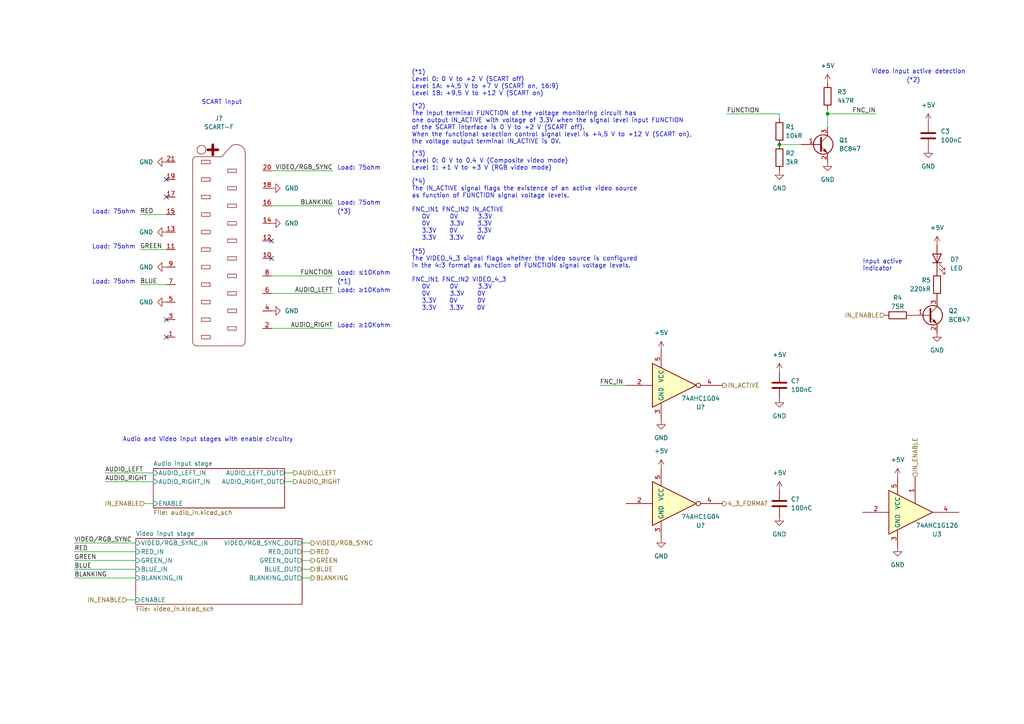
<source format=kicad_sch>
(kicad_sch (version 20230121) (generator eeschema)
  (paper "A4")
  (lib_symbols
    (symbol "74xGxx:74AHC1G04"
      (property "Reference" "U" (at -2.54 3.81 0))
      (property "Value" "74AHC1G04" (at 0 -3.81 0))
      (symbol "74AHC1G04_0_1"
        (polyline (pts (xy -7.62 6.35) (xy -7.62 -6.35) (xy 5.08 0) (xy -7.62 6.35)) (stroke (width 0.254)) (fill (type background)))
      )
      (symbol "74AHC1G04_1_1"
        (pin input line (at -15.24 0 0) (length 7.62) (name "~") (number "2"))
        (pin power_in line (at -5.08 -10.16 90) (length 5.08) (name "GND") (number "3"))
        (pin output inverted (at 12.7 0 180) (length 7.62) (name "~") (number "4"))
        (pin power_in line (at -5.08 10.16 270) (length 5.08) (name "VCC") (number "5"))
      )
    )
    (symbol "74xGxx:74AHC1G126"
      (property "Reference" "U" (at -2.54 3.81 0))
      (property "Value" "74AHC1G126" (at 0 -3.81 0))
      (symbol "74AHC1G126_0_1"
        (polyline (pts (xy -7.62 6.35) (xy -7.62 -6.35) (xy 5.08 0) (xy -7.62 6.35)) (stroke (width 0.254)) (fill (type background)))
      )
      (symbol "74AHC1G126_1_1"
        (pin input line (at 0 10.16 270) (length 7.62) (name "~") (number "1"))
        (pin input line (at -15.24 0 0) (length 7.62) (name "~") (number "2"))
        (pin power_in line (at -5.08 -10.16 90) (length 5.08) (name "GND") (number "3"))
        (pin tri_state line (at 12.7 0 180) (length 7.62) (name "~") (number "4"))
        (pin power_in line (at -5.08 10.16 270) (length 5.08) (name "VCC") (number "5"))
      )
    )
    (symbol "Connector:SCART-F" (pin_names (offset 0.762) hide)
      (property "Reference" "J" (at 0 31.75 0))
      (property "Value" "SCART-F" (at 1.016 -29.21 0))
      (symbol "SCART-F_0_1"
        (arc (start -7.62 -26.67) (mid -7.248 -27.568) (end -6.35 -27.94))
        (arc (start -6.604 26.9494) (mid -7.3224 26.6518) (end -7.62 25.9334))
        (rectangle (start -5.08 -24.892) (end -2.54 -25.908))
        (rectangle (start -5.08 -19.812) (end -2.54 -20.828))
        (rectangle (start -5.08 -14.732) (end -2.54 -15.748))
        (rectangle (start -5.08 -9.652) (end -2.54 -10.668))
        (rectangle (start -5.08 -4.572) (end -2.54 -5.588))
        (rectangle (start -5.08 0.508) (end -2.54 -0.508))
        (rectangle (start -5.08 5.588) (end -2.54 4.572))
        (rectangle (start -5.08 10.668) (end -2.54 9.652))
        (rectangle (start -5.08 15.748) (end -2.54 14.732))
        (rectangle (start -5.08 20.828) (end -2.54 19.812))
        (rectangle (start -5.08 25.908) (end -2.54 24.892))
        (circle (center -5.08 28.956) (radius 1.27))
        (polyline (pts (xy -7.62 22.86) (xy -7.62 -26.67)))
        (polyline (pts (xy -7.62 22.86) (xy -7.62 24.13)))
        (polyline (pts (xy -7.62 24.6634) (xy -7.62 24.13)))
        (polyline (pts (xy -7.62 24.6634) (xy -7.62 25.9334)))
        (polyline (pts (xy -6.604 26.9494) (xy 0.508 26.9494)))
        (polyline (pts (xy -6.35 -27.94) (xy 6.35 -27.94)))
        (polyline (pts (xy 3.302 29.718) (xy 1.27 27.432)))
        (polyline (pts (xy 4.826 30.48) (xy 5.08 30.48)))
        (polyline (pts (xy 7.62 -26.67) (xy 7.62 28.2194)))
        (arc (start 0.508 26.924) (mid 0.9569 27.0702) (end 1.2192 27.4574))
        (rectangle (start 2.54 -22.352) (end 5.08 -23.368))
        (rectangle (start 2.54 -17.272) (end 5.08 -18.288))
        (rectangle (start 2.54 -12.192) (end 5.08 -13.208))
        (rectangle (start 2.54 -7.112) (end 5.08 -8.128))
        (rectangle (start 2.54 -2.032) (end 5.08 -3.048))
        (rectangle (start 2.54 3.048) (end 5.08 2.032))
        (rectangle (start 2.54 8.128) (end 5.08 7.112))
        (rectangle (start 2.54 13.208) (end 5.08 12.192))
        (rectangle (start 2.54 18.288) (end 5.08 17.272))
        (rectangle (start 2.54 23.368) (end 5.08 22.352))
        (arc (start 4.826 30.48) (mid 3.999 30.2726) (end 3.3782 29.6926))
        (arc (start 6.35 -27.94) (mid 7.248 -27.568) (end 7.62 -26.67))
        (arc (start 7.62 27.94) (mid 6.8761 29.7361) (end 5.08 30.48))
        (text "+" (at -1.778 29.21 0) (effects (font (size 3.81 3.81) bold)))
      )
      (symbol "SCART-F_1_1"
        (pin passive line (at -15.24 -25.4 0) (length 2.54) (name "P1") (number "1"))
        (pin passive line (at 15.24 -2.54 180) (length 2.54) (name "P10") (number "10"))
        (pin passive line (at -15.24 0 0) (length 2.54) (name "P11") (number "11"))
        (pin passive line (at 15.24 2.54 180) (length 2.54) (name "P12") (number "12"))
        (pin passive line (at -15.24 5.08 0) (length 2.54) (name "P13") (number "13"))
        (pin passive line (at 15.24 7.62 180) (length 2.54) (name "P14") (number "14"))
        (pin passive line (at -15.24 10.16 0) (length 2.54) (name "P15") (number "15"))
        (pin passive line (at 15.24 12.7 180) (length 2.54) (name "P16") (number "16"))
        (pin passive line (at -15.24 15.24 0) (length 2.54) (name "P17") (number "17"))
        (pin passive line (at 15.24 17.78 180) (length 2.54) (name "P18") (number "18"))
        (pin passive line (at -15.24 20.32 0) (length 2.54) (name "P19") (number "19"))
        (pin passive line (at 15.24 -22.86 180) (length 2.54) (name "P2") (number "2"))
        (pin passive line (at 15.24 22.86 180) (length 2.54) (name "P20") (number "20"))
        (pin passive line (at -15.24 25.4 0) (length 2.54) (name "P21") (number "21"))
        (pin passive line (at -15.24 -20.32 0) (length 2.54) (name "P3") (number "3"))
        (pin passive line (at 15.24 -17.78 180) (length 2.54) (name "P4") (number "4"))
        (pin passive line (at -15.24 -15.24 0) (length 2.54) (name "P5") (number "5"))
        (pin passive line (at 15.24 -12.7 180) (length 2.54) (name "P6") (number "6"))
        (pin passive line (at -15.24 -10.16 0) (length 2.54) (name "P7") (number "7"))
        (pin passive line (at 15.24 -7.62 180) (length 2.54) (name "P8") (number "8"))
        (pin passive line (at -15.24 -5.08 0) (length 2.54) (name "P9") (number "9"))
      )
    )
    (symbol "Device:C" (pin_numbers hide) (pin_names (offset 0.254))
      (property "Reference" "C" (at 0.635 2.54 0))
      (property "Value" "C" (at 0.635 -2.54 0))
      (symbol "C_0_1"
        (polyline (pts (xy -2.032 -0.762) (xy 2.032 -0.762)) (stroke (width 0.508)))
        (polyline (pts (xy -2.032 0.762) (xy 2.032 0.762)) (stroke (width 0.508)))
      )
      (symbol "C_1_1"
        (pin passive line (at 0 3.81 270) (length 2.794) (name "~") (number "1"))
        (pin passive line (at 0 -3.81 90) (length 2.794) (name "~") (number "2"))
      )
    )
    (symbol "Device:LED" (pin_numbers hide) (pin_names (offset 1.016) hide)
      (property "Reference" "D" (at 0 2.54 0))
      (property "Value" "LED" (at 0 -2.54 0))
      (symbol "LED_0_1"
        (polyline (pts (xy -1.27 -1.27) (xy -1.27 1.27)) (stroke (width 0.254)))
        (polyline (pts (xy -1.27 0) (xy 1.27 0)))
        (polyline (pts (xy 1.27 -1.27) (xy 1.27 1.27) (xy -1.27 0) (xy 1.27 -1.27)) (stroke (width 0.254)))
        (polyline (pts (xy -3.048 -0.762) (xy -4.572 -2.286) (xy -3.81 -2.286) (xy -4.572 -2.286) (xy -4.572 -1.524)))
        (polyline (pts (xy -1.778 -0.762) (xy -3.302 -2.286) (xy -2.54 -2.286) (xy -3.302 -2.286) (xy -3.302 -1.524)))
      )
      (symbol "LED_1_1"
        (pin passive line (at -3.81 0 0) (length 2.54) (name "K") (number "1"))
        (pin passive line (at 3.81 0 180) (length 2.54) (name "A") (number "2"))
      )
    )
    (symbol "Device:R" (pin_numbers hide) (pin_names (offset 0))
      (property "Reference" "R" (at 2.032 0 90))
      (property "Value" "R" (at 0 0 90))
      (symbol "R_0_1"
        (rectangle (start -1.016 -2.54) (end 1.016 2.54) (stroke (width 0.254)))
      )
      (symbol "R_1_1"
        (pin passive line (at 0 3.81 270) (length 1.27) (name "~") (number "1"))
        (pin passive line (at 0 -3.81 90) (length 1.27) (name "~") (number "2"))
      )
    )
    (symbol "Transistor_BJT:BC847" (pin_names (offset 0) hide)
      (property "Reference" "Q" (at 5.08 1.905 0))
      (property "Value" "BC847" (at 5.08 0 0))
      (symbol "BC847_0_1"
        (polyline (pts (xy 0.635 0.635) (xy 2.54 2.54)))
        (polyline (pts (xy 0.635 -0.635) (xy 2.54 -2.54) (xy 2.54 -2.54)))
        (polyline (pts (xy 0.635 1.905) (xy 0.635 -1.905) (xy 0.635 -1.905)) (stroke (width 0.508)))
        (polyline (pts (xy 1.27 -1.778) (xy 1.778 -1.27) (xy 2.286 -2.286) (xy 1.27 -1.778) (xy 1.27 -1.778)) (fill (type outline)))
        (circle (center 1.27 0) (radius 2.8194) (stroke (width 0.254)))
      )
      (symbol "BC847_1_1"
        (pin input line (at -5.08 0 0) (length 5.715) (name "B") (number "1"))
        (pin passive line (at 2.54 -5.08 90) (length 2.54) (name "E") (number "2"))
        (pin passive line (at 2.54 5.08 270) (length 2.54) (name "C") (number "3"))
      )
    )
    (symbol "power:+5V" (power) (pin_names (offset 0))
      (property "Value" "+5V" (at 0 3.556 0))
      (symbol "+5V_0_1"
        (polyline (pts (xy -0.762 1.27) (xy 0 2.54)))
        (polyline (pts (xy 0 0) (xy 0 2.54)))
        (polyline (pts (xy 0 2.54) (xy 0.762 1.27)))
      )
      (symbol "+5V_1_1"
        (pin power_in line (at 0 0 90) (length 0) hide (name "+5V") (number "1"))
      )
    )
    (symbol "power:GND" (power) (pin_names (offset 0))
      (property "Value" "GND" (at 0 -3.81 0))
      (symbol "GND_0_1"
        (polyline (pts (xy 0 0) (xy 0 -1.27) (xy 1.27 -1.27) (xy 0 -2.54) (xy -1.27 -1.27) (xy 0 -1.27)))
      )
      (symbol "GND_1_1"
        (pin power_in line (at 0 0 270) (length 0) hide (name "GND") (number "1"))
      )
    )
  )
  (junction (at 226.06 41.91))
  (junction (at 240.03 33.02))
  (no_connect (at 78.74 69.85))
  (no_connect (at 48.26 97.79))
  (no_connect (at 48.26 57.15))
  (no_connect (at 78.74 74.93))
  (no_connect (at 48.26 92.71))
  (no_connect (at 48.26 52.07))
  (wire (pts (xy 87.63 165.1) (xy 90.17 165.1)))
  (wire (pts (xy 226.06 33.02) (xy 226.06 34.29)))
  (wire (pts (xy 21.59 160.02) (xy 39.37 160.02)))
  (wire (pts (xy 21.59 157.48) (xy 39.37 157.48)))
  (wire (pts (xy 40.64 62.23) (xy 48.26 62.23)))
  (wire (pts (xy 30.48 137.16) (xy 44.45 137.16)))
  (wire (pts (xy 226.06 41.91) (xy 232.41 41.91)))
  (wire (pts (xy 40.64 82.55) (xy 48.26 82.55)))
  (wire (pts (xy 41.91 146.05) (xy 44.45 146.05)))
  (wire (pts (xy 21.59 167.64) (xy 39.37 167.64)))
  (wire (pts (xy 87.63 157.48) (xy 90.17 157.48)))
  (wire (pts (xy 240.03 31.75) (xy 240.03 33.02)))
  (wire (pts (xy 36.83 173.99) (xy 39.37 173.99)))
  (wire (pts (xy 173.99 111.76) (xy 181.61 111.76)))
  (wire (pts (xy 78.74 59.69) (xy 96.52 59.69)))
  (wire (pts (xy 78.74 80.01) (xy 96.52 80.01)))
  (wire (pts (xy 87.63 167.64) (xy 90.17 167.64)))
  (wire (pts (xy 87.63 160.02) (xy 90.17 160.02)))
  (wire (pts (xy 82.55 139.7) (xy 85.09 139.7)))
  (wire (pts (xy 78.74 49.53) (xy 96.52 49.53)))
  (wire (pts (xy 240.03 33.02) (xy 254 33.02)))
  (wire (pts (xy 40.64 72.39) (xy 48.26 72.39)))
  (wire (pts (xy 240.03 33.02) (xy 240.03 36.83)))
  (wire (pts (xy 87.63 162.56) (xy 90.17 162.56)))
  (wire (pts (xy 78.74 85.09) (xy 96.52 85.09)))
  (wire (pts (xy 21.59 162.56) (xy 39.37 162.56)))
  (wire (pts (xy 78.74 95.25) (xy 96.52 95.25)))
  (wire (pts (xy 30.48 139.7) (xy 44.45 139.7)))
  (wire (pts (xy 82.55 137.16) (xy 85.09 137.16)))
  (wire (pts (xy 210.82 33.02) (xy 226.06 33.02)))
  (wire (pts (xy 21.59 165.1) (xy 39.37 165.1)))
  (text "(*1)" (at 97.79 82.55 0) (effects (font (size 1.27 1.27)) (justify left bottom)))
  (text "Load: 75ohm" (at 97.79 49.53 0) (effects (font (size 1.27 1.27)) (justify left bottom)))
  (text "(*3)\nLevel 0: 0 V to 0,4 V (Composite video mode)\nLevel 1: +1 V to +3 V (RGB video mode)" (at 119.38 49.53 0) (effects (font (size 1.27 1.27)) (justify left bottom)))
  (text "Input active\nindicator" (at 250.19 78.74 0) (effects (font (size 1.27 1.27)) (justify left bottom)))
  (text "(*4)\nThe IN_ACTIVE signal flags the existence of an active video source\nas function of FUNCTION signal voltage levels.\n\nFNC_IN1 FNC_IN2 IN_ACTIVE\n   0V      0V      3.3V\n   0V      3.3V    3.3V\n   3.3V    0V      3.3V\n   3.3V    3.3V    0V" (at 119.38 69.85 0) (effects (font (size 1.27 1.27)) (justify left bottom)))
  (text "Load: 75ohm" (at 26.67 72.39 0) (effects (font (size 1.27 1.27)) (justify left bottom)))
  (text "Audio and Video input stages with enable circuitry" (at 35.56 128.27 0) (effects (font (size 1.27 1.27)) (justify left bottom)))
  (text "(*1)\nLevel 0: 0 V to +2 V (SCART off)\nLevel 1A: +4,5 V to +7 V (SCART on, 16:9)\nLevel 1B: +9,5 V to +12 V (SCART on)" (at 119.38 27.94 0) (effects (font (size 1.27 1.27)) (justify left bottom)))
  (text "(*3)" (at 97.79 62.23 0) (effects (font (size 1.27 1.27)) (justify left bottom)))
  (text "(*5)\nThe VIDEO_4_3 signal flags whether the video source is configured\nin the 4:3 format as function of FUNCTION signal voltage levels.\n\nFNC_IN1 FNC_IN2 VIDEO_4_3\n   0V      0V      3.3V\n   0V      3.3V    0V\n   3.3V    0V      0V\n   3.3V    3.3V    0V" (at 119.38 90.17 0) (effects (font (size 1.27 1.27)) (justify left bottom)))
  (text "Load: ≤10Kohm" (at 97.79 80.01 0) (effects (font (size 1.27 1.27)) (justify left bottom)))
  (text "Load: 75ohm" (at 26.67 62.23 0) (effects (font (size 1.27 1.27)) (justify left bottom)))
  (text "Load: 75ohm" (at 26.67 82.55 0) (effects (font (size 1.27 1.27)) (justify left bottom)))
  (text "Load: ≥10Kohm" (at 97.79 85.09 0) (effects (font (size 1.27 1.27)) (justify left bottom)))
  (text "(*2)\nThe input terminal FUNCTION of the voltage monitoring circuit has\none output IN_ACTIVE with voltage of 3.3V when the signal level input FUNCTION\nof the SCART interface is 0 V to +2 V (SCART off).\nWhen the functional selection control signal level is +4,5 V to +12 V (SCART on),\nthe voltage output terminal IN_ACTIVE is 0V." (at 119.38 41.91 0) (effects (font (size 1.27 1.27)) (justify left bottom)))
  (text "SCART input" (at 58.42 30.48 0) (effects (font (size 1.27 1.27)) (justify left bottom)))
  (text "(*2)" (at 262.89 24.13 0) (effects (font (size 1.27 1.27)) (justify left bottom)))
  (text "Load: 75ohm" (at 97.79 59.69 0) (effects (font (size 1.27 1.27)) (justify left bottom)))
  (text "Load: ≥10Kohm" (at 97.79 95.25 0) (effects (font (size 1.27 1.27)) (justify left bottom)))
  (text "Video input active detection" (at 252.73 21.59 0) (effects (font (size 1.27 1.27)) (justify left bottom)))
  (label "BLUE" (at 40.64 82.55 0))
  (label "BLANKING" (at 96.52 59.69 180))
  (label "AUDIO_RIGHT" (at 96.52 95.25 180))
  (label "RED" (at 40.64 62.23 0))
  (label "BLANKING" (at 21.59 167.64 0))
  (label "FNC_IN" (at 173.99 111.76 0))
  (label "VIDEO{slash}RGB_SYNC" (at 21.59 157.48 0))
  (label "RED" (at 21.59 160.02 0))
  (label "FNC_IN" (at 254 33.02 180))
  (label "GREEN" (at 21.59 162.56 0))
  (label "FUNCTION" (at 96.52 80.01 180))
  (label "FUNCTION" (at 210.82 33.02 0))
  (label "AUDIO_LEFT" (at 30.48 137.16 0))
  (label "VIDEO{slash}RGB_SYNC" (at 96.52 49.53 180))
  (label "AUDIO_RIGHT" (at 30.48 139.7 0))
  (label "BLUE" (at 21.59 165.1 0))
  (label "GREEN" (at 40.64 72.39 0))
  (label "AUDIO_LEFT" (at 96.52 85.09 180))
  (hierarchical_label "IN_ENABLE" (shape input) (at 256.54 91.44 180))
  (hierarchical_label "BLUE" (shape output) (at 90.17 165.1 0))
  (hierarchical_label "IN_ACTIVE" (shape output) (at 209.55 111.76 0))
  (hierarchical_label "AUDIO_LEFT" (shape output) (at 85.09 137.16 0))
  (hierarchical_label "IN_ENABLE" (shape input) (at 36.83 173.99 180))
  (hierarchical_label "BLANKING" (shape output) (at 90.17 167.64 0))
  (hierarchical_label "AUDIO_RIGHT" (shape output) (at 85.09 139.7 0))
  (hierarchical_label "IN_ENABLE" (shape input) (at 41.91 146.05 180))
  (hierarchical_label "GREEN" (shape output) (at 90.17 162.56 0))
  (hierarchical_label "VIDEO{slash}RGB_SYNC" (shape output) (at 90.17 157.48 0))
  (hierarchical_label "IN_ENABLE" (shape input) (at 265.43 138.43 90))
  (hierarchical_label "4_3_FORMAT" (shape output) (at 209.55 146.05 0))
  (hierarchical_label "RED" (shape output) (at 90.17 160.02 0))
  (symbol (lib_id "power:GND") (at 226.06 115.57 0) (unit 1)
    (property "Reference" "#PWR014" (effects hide))
    (property "Value" "GND" (at 226.06 120.65 0))
    (instances (project "SCART_switcher" (path "" (reference "#PWR014") (unit 1)) (path "" (reference "#PWR?") (unit 1)) (path "" (reference "#PWR061") (unit 1)) (path "" (reference "#PWR085") (unit 1)) (path "" (reference "#PWR0109") (unit 1)) (path "" (reference "#PWR0133") (unit 1)) (path "" (reference "#PWR0157") (unit 1)) (path "" (reference "#PWR0181") (unit 1)) (path "" (reference "#PWR0205") (unit 1)) (path "" (reference "#PWR0229") (unit 1)) (path "" (reference "#PWR0253") (unit 1))))
  )
  (symbol (lib_id "power:GND") (at 78.74 54.61 90) (unit 1)
    (property "Reference" "#PWR05" (effects hide))
    (property "Value" "GND" (at 82.55 54.61 90) (effects (justify right)))
    (instances (project "SCART_switcher" (path "" (reference "#PWR05") (unit 1)) (path "" (reference "#PWR052") (unit 1)) (path "" (reference "#PWR076") (unit 1)) (path "" (reference "#PWR0100") (unit 1)) (path "" (reference "#PWR0124") (unit 1)) (path "" (reference "#PWR0148") (unit 1)) (path "" (reference "#PWR0172") (unit 1)) (path "" (reference "#PWR0196") (unit 1)) (path "" (reference "#PWR0220") (unit 1)) (path "" (reference "#PWR0244") (unit 1))))
  )
  (symbol (lib_id "power:GND") (at 78.74 64.77 90) (unit 1)
    (property "Reference" "#PWR06" (effects hide))
    (property "Value" "GND" (at 82.55 64.77 90) (effects (justify right)))
    (instances (project "SCART_switcher" (path "" (reference "#PWR06") (unit 1)) (path "" (reference "#PWR053") (unit 1)) (path "" (reference "#PWR077") (unit 1)) (path "" (reference "#PWR0101") (unit 1)) (path "" (reference "#PWR0125") (unit 1)) (path "" (reference "#PWR0149") (unit 1)) (path "" (reference "#PWR0173") (unit 1)) (path "" (reference "#PWR0197") (unit 1)) (path "" (reference "#PWR0221") (unit 1)) (path "" (reference "#PWR0245") (unit 1))))
  )
  (symbol (lib_id "power:GND") (at 269.24 43.18 0) (unit 1)
    (property "Reference" "#PWR022" (effects hide))
    (property "Value" "GND" (at 269.24 48.26 0))
    (instances (project "SCART_switcher" (path "" (reference "#PWR022") (unit 1)) (path "" (reference "#PWR069") (unit 1)) (path "" (reference "#PWR093") (unit 1)) (path "" (reference "#PWR0117") (unit 1)) (path "" (reference "#PWR0141") (unit 1)) (path "" (reference "#PWR0165") (unit 1)) (path "" (reference "#PWR0189") (unit 1)) (path "" (reference "#PWR0213") (unit 1)) (path "" (reference "#PWR0237") (unit 1)) (path "" (reference "#PWR0261") (unit 1))))
  )
  (symbol (lib_id "Transistor_BJT:BC847") (at 269.24 91.44 0) (unit 1)
    (property "Reference" "Q2" (at 275.082 90.17 0) (effects (justify left)))
    (property "Value" "BC847" (at 275.082 92.71 0) (effects (justify left)))
    (property "Footprint" "Package_TO_SOT_SMD:SOT-23" (effects hide))
    (property "Datasheet" "https://datasheet.lcsc.com/lcsc/2304140030_Nexperia-BC847B-215_C57668.pdf" (effects hide))
    (property "MFN" "BC847B,215" (effects hide))
    (instances (project "SCART_switcher" (path "" (reference "Q2") (unit 1)) (path "" (reference "Q7") (unit 1)) (path "" (reference "Q9") (unit 1)) (path "" (reference "Q11") (unit 1)) (path "" (reference "Q13") (unit 1)) (path "" (reference "Q15") (unit 1)) (path "" (reference "Q17") (unit 1)) (path "" (reference "Q19") (unit 1)) (path "" (reference "Q21") (unit 1)) (path "" (reference "Q23") (unit 1))))
  )
  (symbol (lib_id "74xGxx:74AHC1G04") (at 196.85 146.05 0) (unit 1)
    (property "Reference" "U?" (at 203.2 152.4 0))
    (property "Value" "74AHC1G04" (at 203.2 149.86 0))
    (property "Footprint" "Package_TO_SOT_SMD:SOT-23-5" (effects hide))
    (property "Datasheet" "https://datasheet.lcsc.com/lcsc/1912111437_Diodes-Incorporated-74AHC1G04W5-7_C460486.pdf" (effects hide))
    (property "MFN" "74AHC1G04W5-7" (effects hide))
    (instances (project "SCART_switcher" (path "" (reference "U?") (unit 1)) (path "" (reference "U?") (unit 1)) (path "" (reference "U2") (unit 1)) (path "" (reference "U7") (unit 1)) (path "" (reference "U10") (unit 1)) (path "" (reference "U13") (unit 1)) (path "" (reference "U16") (unit 1)) (path "" (reference "U19") (unit 1)) (path "" (reference "U22") (unit 1)) (path "" (reference "U25") (unit 1)) (path "" (reference "U28") (unit 1)) (path "" (reference "U31") (unit 1))))
  )
  (symbol (lib_id "power:GND") (at 48.26 77.47 270) (unit 1)
    (property "Reference" "#PWR03" (effects hide))
    (property "Value" "GND" (at 44.45 77.47 90) (effects (justify right)))
    (instances (project "SCART_switcher" (path "" (reference "#PWR03") (unit 1)) (path "" (reference "#PWR050") (unit 1)) (path "" (reference "#PWR074") (unit 1)) (path "" (reference "#PWR098") (unit 1)) (path "" (reference "#PWR0122") (unit 1)) (path "" (reference "#PWR0146") (unit 1)) (path "" (reference "#PWR0170") (unit 1)) (path "" (reference "#PWR0194") (unit 1)) (path "" (reference "#PWR0218") (unit 1)) (path "" (reference "#PWR0242") (unit 1))))
  )
  (symbol (lib_id "power:GND") (at 191.77 156.21 0) (unit 1)
    (property "Reference" "#PWR011" (effects hide))
    (property "Value" "GND" (at 191.77 161.29 0))
    (instances (project "SCART_switcher" (path "" (reference "#PWR011") (unit 1)) (path "" (reference "#PWR?") (unit 1)) (path "" (reference "#PWR058") (unit 1)) (path "" (reference "#PWR082") (unit 1)) (path "" (reference "#PWR0106") (unit 1)) (path "" (reference "#PWR0130") (unit 1)) (path "" (reference "#PWR0154") (unit 1)) (path "" (reference "#PWR0178") (unit 1)) (path "" (reference "#PWR0202") (unit 1)) (path "" (reference "#PWR0226") (unit 1)) (path "" (reference "#PWR0250") (unit 1))))
  )
  (symbol (lib_id "power:GND") (at 240.03 46.99 0) (unit 1)
    (property "Reference" "#PWR018" (effects hide))
    (property "Value" "GND" (at 240.03 52.07 0))
    (instances (project "SCART_switcher" (path "" (reference "#PWR018") (unit 1)) (path "" (reference "#PWR065") (unit 1)) (path "" (reference "#PWR089") (unit 1)) (path "" (reference "#PWR0113") (unit 1)) (path "" (reference "#PWR0137") (unit 1)) (path "" (reference "#PWR0161") (unit 1)) (path "" (reference "#PWR0185") (unit 1)) (path "" (reference "#PWR0209") (unit 1)) (path "" (reference "#PWR0233") (unit 1)) (path "" (reference "#PWR0257") (unit 1))))
  )
  (symbol (lib_id "Device:R") (at 260.35 91.44 90) (unit 1)
    (property "Reference" "R4" (at 260.35 86.36 90))
    (property "Value" "75R" (at 260.35 88.9 90))
    (property "Footprint" "Resistor_SMD:R_0805_2012Metric_Pad1.20x1.40mm_HandSolder" (effects hide))
    (instances (project "SCART_switcher" (path "" (reference "R4") (unit 1)) (path "" (reference "R16") (unit 1)) (path "" (reference "R21") (unit 1)) (path "" (reference "R26") (unit 1)) (path "" (reference "R31") (unit 1)) (path "" (reference "R36") (unit 1)) (path "" (reference "R41") (unit 1)) (path "" (reference "R46") (unit 1)) (path "" (reference "R51") (unit 1)) (path "" (reference "R56") (unit 1))))
  )
  (symbol (lib_id "Device:R") (at 226.06 45.72 0) (unit 1)
    (property "Reference" "R2" (at 227.838 44.45 0) (effects (justify left)))
    (property "Value" "3kR" (at 227.838 46.99 0) (effects (justify left)))
    (property "Footprint" "Resistor_SMD:R_0805_2012Metric_Pad1.20x1.40mm_HandSolder" (effects hide))
    (instances (project "SCART_switcher" (path "" (reference "R2") (unit 1)) (path "" (reference "R14") (unit 1)) (path "" (reference "R19") (unit 1)) (path "" (reference "R24") (unit 1)) (path "" (reference "R29") (unit 1)) (path "" (reference "R34") (unit 1)) (path "" (reference "R39") (unit 1)) (path "" (reference "R44") (unit 1)) (path "" (reference "R49") (unit 1)) (path "" (reference "R54") (unit 1))))
  )
  (symbol (lib_id "power:+5V") (at 226.06 107.95 0) (unit 1)
    (property "Reference" "#PWR013" (effects hide))
    (property "Value" "+5V" (at 226.06 102.87 0))
    (instances (project "SCART_switcher" (path "" (reference "#PWR013") (unit 1)) (path "" (reference "#PWR060") (unit 1)) (path "" (reference "#PWR084") (unit 1)) (path "" (reference "#PWR0108") (unit 1)) (path "" (reference "#PWR0132") (unit 1)) (path "" (reference "#PWR0156") (unit 1)) (path "" (reference "#PWR0180") (unit 1)) (path "" (reference "#PWR0204") (unit 1)) (path "" (reference "#PWR0228") (unit 1)) (path "" (reference "#PWR0252") (unit 1))))
  )
  (symbol (lib_id "Device:C") (at 269.24 39.37 0) (unit 1)
    (property "Reference" "C3" (at 272.796 38.1 0) (effects (justify left)))
    (property "Value" "100nC" (at 272.796 40.64 0) (effects (justify left)))
    (property "Footprint" "Capacitor_SMD:C_0805_2012Metric_Pad1.18x1.45mm_HandSolder" (effects hide))
    (property "Datasheet" "https://datasheet.lcsc.com/lcsc/1810191215_Samsung-Electro-Mechanics-CL21B104KBCNNNC_C1711.pdf" (effects hide))
    (property "MPN" "CL21B104KBCNNNC" (effects hide))
    (instances (project "SCART_switcher" (path "" (reference "C3") (unit 1)) (path "" (reference "C9") (unit 1)) (path "" (reference "C12") (unit 1)) (path "" (reference "C15") (unit 1)) (path "" (reference "C18") (unit 1)) (path "" (reference "C21") (unit 1)) (path "" (reference "C24") (unit 1)) (path "" (reference "C27") (unit 1)) (path "" (reference "C30") (unit 1)) (path "" (reference "C33") (unit 1))))
  )
  (symbol (lib_id "Device:LED") (at 271.78 74.93 90) (unit 1)
    (property "Reference" "D?" (at 275.59 75.2474 90) (effects (justify right)))
    (property "Value" "LED" (at 275.59 77.7874 90) (effects (justify right)))
    (property "Footprint" "LED_THT:LED_D5.0mm" (effects hide))
    (property "Datasheet" "https://datasheet.lcsc.com/lcsc/1810271709_Everlight-Elec-333-2SURD-S530-A3_C87271.pdf" (effects hide))
    (property "MPN" "333-2SURD/S530-A3" (effects hide))
    (instances (project "PowerDeliveryBoard" (path "" (reference "D?") (unit 1))) (project "SCART_switcher" (path "" (reference "D?") (unit 1)) (path "" (reference "D1") (unit 1)) (path "" (reference "D2") (unit 1)) (path "" (reference "D3") (unit 1)) (path "" (reference "D4") (unit 1)) (path "" (reference "D5") (unit 1)) (path "" (reference "D6") (unit 1)) (path "" (reference "D7") (unit 1)) (path "" (reference "D8") (unit 1)) (path "" (reference "D9") (unit 1)) (path "" (reference "D10") (unit 1))))
  )
  (symbol (lib_id "power:GND") (at 48.26 67.31 270) (unit 1)
    (property "Reference" "#PWR02" (effects hide))
    (property "Value" "GND" (at 44.45 67.31 90) (effects (justify right)))
    (instances (project "SCART_switcher" (path "" (reference "#PWR02") (unit 1)) (path "" (reference "#PWR049") (unit 1)) (path "" (reference "#PWR073") (unit 1)) (path "" (reference "#PWR097") (unit 1)) (path "" (reference "#PWR0121") (unit 1)) (path "" (reference "#PWR0145") (unit 1)) (path "" (reference "#PWR0169") (unit 1)) (path "" (reference "#PWR0193") (unit 1)) (path "" (reference "#PWR0217") (unit 1)) (path "" (reference "#PWR0241") (unit 1))))
  )
  (symbol (lib_id "power:GND") (at 226.06 149.86 0) (unit 1)
    (property "Reference" "#PWR016" (effects hide))
    (property "Value" "GND" (at 226.06 154.94 0))
    (instances (project "SCART_switcher" (path "" (reference "#PWR016") (unit 1)) (path "" (reference "#PWR?") (unit 1)) (path "" (reference "#PWR063") (unit 1)) (path "" (reference "#PWR087") (unit 1)) (path "" (reference "#PWR0111") (unit 1)) (path "" (reference "#PWR0135") (unit 1)) (path "" (reference "#PWR0159") (unit 1)) (path "" (reference "#PWR0183") (unit 1)) (path "" (reference "#PWR0207") (unit 1)) (path "" (reference "#PWR0231") (unit 1)) (path "" (reference "#PWR0255") (unit 1))))
  )
  (symbol (lib_id "74xGxx:74AHC1G04") (at 196.85 111.76 0) (unit 1)
    (property "Reference" "U?" (at 203.2 118.11 0))
    (property "Value" "74AHC1G04" (at 203.2 115.57 0))
    (property "Footprint" "Package_TO_SOT_SMD:SOT-23-5" (effects hide))
    (property "Datasheet" "https://datasheet.lcsc.com/lcsc/1912111437_Diodes-Incorporated-74AHC1G04W5-7_C460486.pdf" (effects hide))
    (property "MFN" "74AHC1G04W5-7" (effects hide))
    (instances (project "SCART_switcher" (path "" (reference "U?") (unit 1)) (path "" (reference "U?") (unit 1)) (path "" (reference "U1") (unit 1)) (path "" (reference "U6") (unit 1)) (path "" (reference "U9") (unit 1)) (path "" (reference "U12") (unit 1)) (path "" (reference "U15") (unit 1)) (path "" (reference "U18") (unit 1)) (path "" (reference "U21") (unit 1)) (path "" (reference "U24") (unit 1)) (path "" (reference "U27") (unit 1)) (path "" (reference "U30") (unit 1))))
  )
  (symbol (lib_id "power:+5V") (at 191.77 101.6 0) (unit 1)
    (property "Reference" "#PWR08" (effects hide))
    (property "Value" "+5V" (at 191.77 96.52 0))
    (instances (project "SCART_switcher" (path "" (reference "#PWR08") (unit 1)) (path "" (reference "#PWR055") (unit 1)) (path "" (reference "#PWR079") (unit 1)) (path "" (reference "#PWR0103") (unit 1)) (path "" (reference "#PWR0127") (unit 1)) (path "" (reference "#PWR0151") (unit 1)) (path "" (reference "#PWR0175") (unit 1)) (path "" (reference "#PWR0199") (unit 1)) (path "" (reference "#PWR0223") (unit 1)) (path "" (reference "#PWR0247") (unit 1))))
  )
  (symbol (lib_id "power:GND") (at 78.74 90.17 90) (unit 1)
    (property "Reference" "#PWR07" (effects hide))
    (property "Value" "GND" (at 82.55 90.17 90) (effects (justify right)))
    (instances (project "SCART_switcher" (path "" (reference "#PWR07") (unit 1)) (path "" (reference "#PWR054") (unit 1)) (path "" (reference "#PWR078") (unit 1)) (path "" (reference "#PWR0102") (unit 1)) (path "" (reference "#PWR0126") (unit 1)) (path "" (reference "#PWR0150") (unit 1)) (path "" (reference "#PWR0174") (unit 1)) (path "" (reference "#PWR0198") (unit 1)) (path "" (reference "#PWR0222") (unit 1)) (path "" (reference "#PWR0246") (unit 1))))
  )
  (symbol (lib_id "power:+5V") (at 240.03 24.13 0) (unit 1)
    (property "Reference" "#PWR017" (effects hide))
    (property "Value" "+5V" (at 240.03 19.05 0))
    (instances (project "SCART_switcher" (path "" (reference "#PWR017") (unit 1)) (path "" (reference "#PWR064") (unit 1)) (path "" (reference "#PWR088") (unit 1)) (path "" (reference "#PWR0112") (unit 1)) (path "" (reference "#PWR0136") (unit 1)) (path "" (reference "#PWR0160") (unit 1)) (path "" (reference "#PWR0184") (unit 1)) (path "" (reference "#PWR0208") (unit 1)) (path "" (reference "#PWR0232") (unit 1)) (path "" (reference "#PWR0256") (unit 1))))
  )
  (symbol (lib_id "power:GND") (at 226.06 49.53 0) (unit 1)
    (property "Reference" "#PWR012" (effects hide))
    (property "Value" "GND" (at 226.06 54.61 0))
    (instances (project "SCART_switcher" (path "" (reference "#PWR012") (unit 1)) (path "" (reference "#PWR059") (unit 1)) (path "" (reference "#PWR083") (unit 1)) (path "" (reference "#PWR0107") (unit 1)) (path "" (reference "#PWR0131") (unit 1)) (path "" (reference "#PWR0155") (unit 1)) (path "" (reference "#PWR0179") (unit 1)) (path "" (reference "#PWR0203") (unit 1)) (path "" (reference "#PWR0227") (unit 1)) (path "" (reference "#PWR0251") (unit 1))))
  )
  (symbol (lib_id "power:+5V") (at 260.35 138.43 0) (unit 1)
    (property "Reference" "#PWR019" (effects hide))
    (property "Value" "+5V" (at 260.35 133.35 0))
    (instances (project "SCART_switcher" (path "" (reference "#PWR019") (unit 1)) (path "" (reference "#PWR066") (unit 1)) (path "" (reference "#PWR090") (unit 1)) (path "" (reference "#PWR0114") (unit 1)) (path "" (reference "#PWR0138") (unit 1)) (path "" (reference "#PWR0162") (unit 1)) (path "" (reference "#PWR0186") (unit 1)) (path "" (reference "#PWR0210") (unit 1)) (path "" (reference "#PWR0234") (unit 1)) (path "" (reference "#PWR0258") (unit 1))))
  )
  (symbol (lib_id "Connector:SCART-F") (at 63.5 72.39 0) (unit 1)
    (property "Reference" "J?" (at 63.5 34.29 0))
    (property "Value" "SCART-F" (at 63.5 36.83 0))
    (property "Footprint" "SCART:SCART-F" (effects hide))
    (property "Datasheet" " ~" (effects hide))
    (instances (project "SCART_switcher" (path "" (reference "J?") (unit 1)) (path "" (reference "J1") (unit 1)) (path "" (reference "J4") (unit 1)) (path "" (reference "J5") (unit 1)) (path "" (reference "J6") (unit 1)) (path "" (reference "J7") (unit 1)) (path "" (reference "J8") (unit 1)) (path "" (reference "J9") (unit 1)) (path "" (reference "J10") (unit 1)) (path "" (reference "J11") (unit 1)) (path "" (reference "J12") (unit 1))))
  )
  (symbol (lib_id "power:+5V") (at 269.24 35.56 0) (unit 1)
    (property "Reference" "#PWR021" (effects hide))
    (property "Value" "+5V" (at 269.24 30.48 0))
    (instances (project "SCART_switcher" (path "" (reference "#PWR021") (unit 1)) (path "" (reference "#PWR068") (unit 1)) (path "" (reference "#PWR092") (unit 1)) (path "" (reference "#PWR0116") (unit 1)) (path "" (reference "#PWR0140") (unit 1)) (path "" (reference "#PWR0164") (unit 1)) (path "" (reference "#PWR0188") (unit 1)) (path "" (reference "#PWR0212") (unit 1)) (path "" (reference "#PWR0236") (unit 1)) (path "" (reference "#PWR0260") (unit 1))))
  )
  (symbol (lib_id "Device:R") (at 271.78 82.55 0) (mirror y) (unit 1)
    (property "Reference" "R5" (at 270.002 81.28 0) (effects (justify left)))
    (property "Value" "220kR" (at 270.002 83.82 0) (effects (justify left)))
    (property "Footprint" "Resistor_SMD:R_0805_2012Metric_Pad1.20x1.40mm_HandSolder" (effects hide))
    (instances (project "SCART_switcher" (path "" (reference "R5") (unit 1)) (path "" (reference "R17") (unit 1)) (path "" (reference "R22") (unit 1)) (path "" (reference "R27") (unit 1)) (path "" (reference "R32") (unit 1)) (path "" (reference "R37") (unit 1)) (path "" (reference "R42") (unit 1)) (path "" (reference "R47") (unit 1)) (path "" (reference "R52") (unit 1)) (path "" (reference "R57") (unit 1))))
  )
  (symbol (lib_id "74xGxx:74AHC1G126") (at 265.43 148.59 0) (unit 1)
    (property "Reference" "U3" (at 271.78 154.94 0))
    (property "Value" "74AHC1G126" (at 271.78 152.4 0))
    (property "Datasheet" "https://datasheet.lcsc.com/lcsc/2201131130_Diodes-Incorporated-74AHC1G126W5-7_C842263.pdf" (effects hide))
    (instances (project "SCART_switcher" (path "" (reference "U3") (unit 1)) (path "" (reference "U8") (unit 1)) (path "" (reference "U11") (unit 1)) (path "" (reference "U14") (unit 1)) (path "" (reference "U17") (unit 1)) (path "" (reference "U20") (unit 1)) (path "" (reference "U23") (unit 1)) (path "" (reference "U26") (unit 1)) (path "" (reference "U29") (unit 1)) (path "" (reference "U32") (unit 1))))
  )
  (symbol (lib_id "Device:C") (at 226.06 111.76 0) (unit 1)
    (property "Reference" "C?" (at 229.362 110.49 0) (effects (justify left)))
    (property "Value" "100nC" (at 229.362 113.03 0) (effects (justify left)))
    (property "Footprint" "Capacitor_SMD:C_0805_2012Metric_Pad1.18x1.45mm_HandSolder" (effects hide))
    (property "Datasheet" "https://datasheet.lcsc.com/lcsc/1810191215_Samsung-Electro-Mechanics-CL21B104KBCNNNC_C1711.pdf" (effects hide))
    (property "MPN" "CL21B104KBCNNNC" (effects hide))
    (instances (project "SCART_switcher" (path "" (reference "C?") (unit 1)) (path "" (reference "C1") (unit 1)) (path "" (reference "C7") (unit 1)) (path "" (reference "C10") (unit 1)) (path "" (reference "C13") (unit 1)) (path "" (reference "C16") (unit 1)) (path "" (reference "C19") (unit 1)) (path "" (reference "C22") (unit 1)) (path "" (reference "C25") (unit 1)) (path "" (reference "C28") (unit 1)) (path "" (reference "C31") (unit 1))))
  )
  (symbol (lib_id "power:+5V") (at 271.78 71.12 0) (unit 1)
    (property "Reference" "#PWR023" (effects hide))
    (property "Value" "+5V" (at 271.78 66.04 0))
    (instances (project "SCART_switcher" (path "" (reference "#PWR023") (unit 1)) (path "" (reference "#PWR070") (unit 1)) (path "" (reference "#PWR094") (unit 1)) (path "" (reference "#PWR0118") (unit 1)) (path "" (reference "#PWR0142") (unit 1)) (path "" (reference "#PWR0166") (unit 1)) (path "" (reference "#PWR0190") (unit 1)) (path "" (reference "#PWR0214") (unit 1)) (path "" (reference "#PWR0238") (unit 1)) (path "" (reference "#PWR0262") (unit 1))))
  )
  (symbol (lib_id "power:GND") (at 271.78 96.52 0) (unit 1)
    (property "Reference" "#PWR024" (effects hide))
    (property "Value" "GND" (at 271.78 101.6 0))
    (instances (project "SCART_switcher" (path "" (reference "#PWR024") (unit 1)) (path "" (reference "#PWR071") (unit 1)) (path "" (reference "#PWR095") (unit 1)) (path "" (reference "#PWR0119") (unit 1)) (path "" (reference "#PWR0143") (unit 1)) (path "" (reference "#PWR0167") (unit 1)) (path "" (reference "#PWR0191") (unit 1)) (path "" (reference "#PWR0215") (unit 1)) (path "" (reference "#PWR0239") (unit 1)) (path "" (reference "#PWR0263") (unit 1))))
  )
  (symbol (lib_id "power:+5V") (at 191.77 135.89 0) (unit 1)
    (property "Reference" "#PWR010" (effects hide))
    (property "Value" "+5V" (at 191.77 130.81 0))
    (instances (project "SCART_switcher" (path "" (reference "#PWR010") (unit 1)) (path "" (reference "#PWR057") (unit 1)) (path "" (reference "#PWR081") (unit 1)) (path "" (reference "#PWR0105") (unit 1)) (path "" (reference "#PWR0129") (unit 1)) (path "" (reference "#PWR0153") (unit 1)) (path "" (reference "#PWR0177") (unit 1)) (path "" (reference "#PWR0201") (unit 1)) (path "" (reference "#PWR0225") (unit 1)) (path "" (reference "#PWR0249") (unit 1))))
  )
  (symbol (lib_id "Device:R") (at 226.06 38.1 0) (unit 1)
    (property "Reference" "R1" (at 227.838 36.83 0) (effects (justify left)))
    (property "Value" "10kR" (at 227.838 39.37 0) (effects (justify left)))
    (property "Footprint" "Resistor_SMD:R_0805_2012Metric_Pad1.20x1.40mm_HandSolder" (effects hide))
    (instances (project "SCART_switcher" (path "" (reference "R1") (unit 1)) (path "" (reference "R13") (unit 1)) (path "" (reference "R18") (unit 1)) (path "" (reference "R23") (unit 1)) (path "" (reference "R28") (unit 1)) (path "" (reference "R33") (unit 1)) (path "" (reference "R38") (unit 1)) (path "" (reference "R43") (unit 1)) (path "" (reference "R48") (unit 1)) (path "" (reference "R53") (unit 1))))
  )
  (symbol (lib_id "Device:C") (at 226.06 146.05 0) (unit 1)
    (property "Reference" "C?" (at 229.362 144.78 0) (effects (justify left)))
    (property "Value" "100nC" (at 229.362 147.32 0) (effects (justify left)))
    (property "Footprint" "Capacitor_SMD:C_0805_2012Metric_Pad1.18x1.45mm_HandSolder" (effects hide))
    (property "Datasheet" "https://datasheet.lcsc.com/lcsc/1810191215_Samsung-Electro-Mechanics-CL21B104KBCNNNC_C1711.pdf" (effects hide))
    (property "MPN" "CL21B104KBCNNNC" (effects hide))
    (instances (project "SCART_switcher" (path "" (reference "C?") (unit 1)) (path "" (reference "C2") (unit 1)) (path "" (reference "C8") (unit 1)) (path "" (reference "C11") (unit 1)) (path "" (reference "C14") (unit 1)) (path "" (reference "C17") (unit 1)) (path "" (reference "C20") (unit 1)) (path "" (reference "C23") (unit 1)) (path "" (reference "C26") (unit 1)) (path "" (reference "C29") (unit 1)) (path "" (reference "C32") (unit 1))))
  )
  (symbol (lib_id "power:GND") (at 48.26 46.99 270) (unit 1)
    (property "Reference" "#PWR01" (effects hide))
    (property "Value" "GND" (at 44.45 46.99 90) (effects (justify right)))
    (instances (project "SCART_switcher" (path "" (reference "#PWR01") (unit 1)) (path "" (reference "#PWR048") (unit 1)) (path "" (reference "#PWR072") (unit 1)) (path "" (reference "#PWR096") (unit 1)) (path "" (reference "#PWR0120") (unit 1)) (path "" (reference "#PWR0144") (unit 1)) (path "" (reference "#PWR0168") (unit 1)) (path "" (reference "#PWR0192") (unit 1)) (path "" (reference "#PWR0216") (unit 1)) (path "" (reference "#PWR0240") (unit 1))))
  )
  (symbol (lib_id "power:GND") (at 260.35 158.75 0) (unit 1)
    (property "Reference" "#PWR020" (effects hide))
    (property "Value" "GND" (at 260.35 163.83 0))
    (instances (project "SCART_switcher" (path "" (reference "#PWR020") (unit 1)) (path "" (reference "#PWR067") (unit 1)) (path "" (reference "#PWR091") (unit 1)) (path "" (reference "#PWR0115") (unit 1)) (path "" (reference "#PWR0139") (unit 1)) (path "" (reference "#PWR0163") (unit 1)) (path "" (reference "#PWR0187") (unit 1)) (path "" (reference "#PWR0211") (unit 1)) (path "" (reference "#PWR0235") (unit 1)) (path "" (reference "#PWR0259") (unit 1))))
  )
  (symbol (lib_id "Device:R") (at 240.03 27.94 0) (unit 1)
    (property "Reference" "R3" (at 242.824 26.67 0) (effects (justify left)))
    (property "Value" "4k7R" (at 242.824 29.21 0) (effects (justify left)))
    (property "Footprint" "Resistor_SMD:R_0805_2012Metric_Pad1.20x1.40mm_HandSolder" (effects hide))
    (instances (project "SCART_switcher" (path "" (reference "R3") (unit 1)) (path "" (reference "R15") (unit 1)) (path "" (reference "R20") (unit 1)) (path "" (reference "R25") (unit 1)) (path "" (reference "R30") (unit 1)) (path "" (reference "R35") (unit 1)) (path "" (reference "R40") (unit 1)) (path "" (reference "R45") (unit 1)) (path "" (reference "R50") (unit 1)) (path "" (reference "R55") (unit 1))))
  )
  (symbol (lib_id "Transistor_BJT:BC847") (at 237.49 41.91 0) (unit 1)
    (property "Reference" "Q1" (at 243.332 40.64 0) (effects (justify left)))
    (property "Value" "BC847" (at 243.332 43.18 0) (effects (justify left)))
    (property "Footprint" "Package_TO_SOT_SMD:SOT-23" (effects hide))
    (property "Datasheet" "https://datasheet.lcsc.com/lcsc/2304140030_Nexperia-BC847B-215_C57668.pdf" (effects hide))
    (property "MFN" "BC847B,215" (effects hide))
    (instances (project "SCART_switcher" (path "" (reference "Q1") (unit 1)) (path "" (reference "Q6") (unit 1)) (path "" (reference "Q8") (unit 1)) (path "" (reference "Q10") (unit 1)) (path "" (reference "Q12") (unit 1)) (path "" (reference "Q14") (unit 1)) (path "" (reference "Q16") (unit 1)) (path "" (reference "Q18") (unit 1)) (path "" (reference "Q20") (unit 1)) (path "" (reference "Q22") (unit 1))))
  )
  (symbol (lib_id "power:GND") (at 48.26 87.63 270) (unit 1)
    (property "Reference" "#PWR04" (effects hide))
    (property "Value" "GND" (at 44.45 87.63 90) (effects (justify right)))
    (instances (project "SCART_switcher" (path "" (reference "#PWR04") (unit 1)) (path "" (reference "#PWR051") (unit 1)) (path "" (reference "#PWR075") (unit 1)) (path "" (reference "#PWR099") (unit 1)) (path "" (reference "#PWR0123") (unit 1)) (path "" (reference "#PWR0147") (unit 1)) (path "" (reference "#PWR0171") (unit 1)) (path "" (reference "#PWR0195") (unit 1)) (path "" (reference "#PWR0219") (unit 1)) (path "" (reference "#PWR0243") (unit 1))))
  )
  (symbol (lib_id "power:GND") (at 191.77 121.92 0) (unit 1)
    (property "Reference" "#PWR09" (effects hide))
    (property "Value" "GND" (at 191.77 127 0))
    (instances (project "SCART_switcher" (path "" (reference "#PWR09") (unit 1)) (path "" (reference "#PWR?") (unit 1)) (path "" (reference "#PWR056") (unit 1)) (path "" (reference "#PWR080") (unit 1)) (path "" (reference "#PWR0104") (unit 1)) (path "" (reference "#PWR0128") (unit 1)) (path "" (reference "#PWR0152") (unit 1)) (path "" (reference "#PWR0176") (unit 1)) (path "" (reference "#PWR0200") (unit 1)) (path "" (reference "#PWR0224") (unit 1)) (path "" (reference "#PWR0248") (unit 1))))
  )
  (symbol (lib_id "power:+5V") (at 226.06 142.24 0) (unit 1)
    (property "Reference" "#PWR015" (effects hide))
    (property "Value" "+5V" (at 226.06 137.16 0))
    (instances (project "SCART_switcher" (path "" (reference "#PWR015") (unit 1)) (path "" (reference "#PWR062") (unit 1)) (path "" (reference "#PWR086") (unit 1)) (path "" (reference "#PWR0110") (unit 1)) (path "" (reference "#PWR0134") (unit 1)) (path "" (reference "#PWR0158") (unit 1)) (path "" (reference "#PWR0182") (unit 1)) (path "" (reference "#PWR0206") (unit 1)) (path "" (reference "#PWR0230") (unit 1)) (path "" (reference "#PWR0254") (unit 1))))
  )
  (sheet (at 39.37 156.21) (size 48.26 19.05) (stroke (width 0.1524))
    (property "Sheetname" "Video input stage" (at 39.37 155.4984 0) (effects (justify left bottom)))
    (property "Sheetfile" "video_in.kicad_sch" (at 39.37 175.8446 0) (effects (justify left top)))
    (pin "RED_OUT" output (at 87.63 160.02 0))
    (pin "VIDEO{slash}RGB_SYNC_OUT" output (at 87.63 157.48 0))
    (pin "GREEN_OUT" output (at 87.63 162.56 0))
    (pin "BLUE_OUT" output (at 87.63 165.1 0))
    (pin "VIDEO{slash}RGB_SYNC_IN" input (at 39.37 157.48 180))
    (pin "RED_IN" input (at 39.37 160.02 180))
    (pin "GREEN_IN" input (at 39.37 162.56 180))
    (pin "BLUE_IN" input (at 39.37 165.1 180))
    (pin "ENABLE" input (at 39.37 173.99 180))
    (pin "BLANKING_OUT" output (at 87.63 167.64 0))
    (pin "BLANKING_IN" input (at 39.37 167.64 180))
  )
  (sheet (at 44.45 135.89) (size 38.1 11.43) (stroke (width 0.1524))
    (property "Sheetname" "Audio input stage" (at 44.45 135.1784 0) (effects (justify left bottom)))
    (property "Sheetfile" "audio_in.kicad_sch" (at 44.45 147.9046 0) (effects (justify left top)))
    (pin "AUDIO_RIGHT_IN" input (at 44.45 139.7 180))
    (pin "AUDIO_RIGHT_OUT" output (at 82.55 139.7 0))
    (pin "AUDIO_LEFT_IN" input (at 44.45 137.16 180))
    (pin "AUDIO_LEFT_OUT" output (at 82.55 137.16 0))
    (pin "ENABLE" input (at 44.45 146.05 180))
  )
)
</source>
